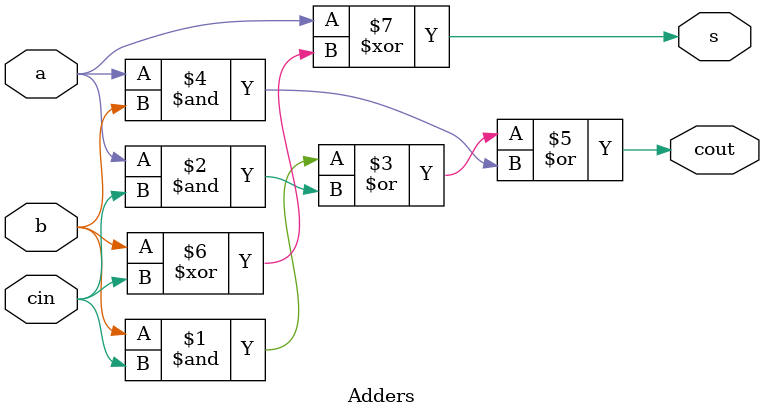
<source format=v>
`timescale 1ns / 1ps


module Adders(
    input b,
    input a,
    input cin,
    output cout,
    output s
    );
    
    assign cout = (b & cin) | (a & cin) | (a & b);
    assign s = a ^ ( b ^ cin);
    
endmodule

</source>
